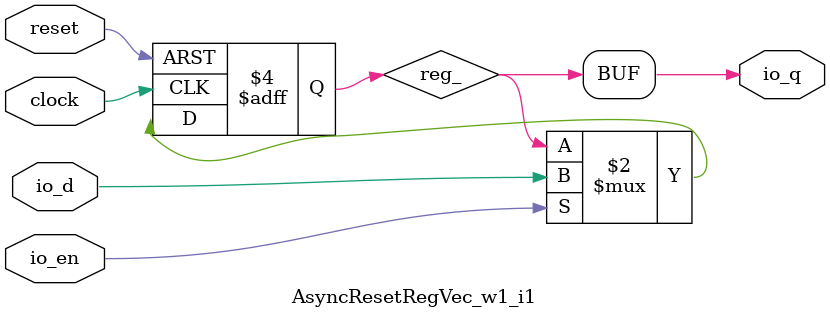
<source format=v>
module AsyncResetRegVec_w1_i1(
  input   clock,
  input   reset,
  input   io_d,
  output  io_q,
  input   io_en
);
`ifdef RANDOMIZE_REG_INIT
  reg [31:0] _RAND_0;
`endif 
  reg  reg_; 
  assign io_q = reg_; 
  always @(posedge clock or posedge reset) begin
    if (reset) begin 
      reg_ <= 1'h1; 
    end else if (io_en) begin 
      reg_ <= io_d;
    end
  end
`ifdef RANDOMIZE_GARBAGE_ASSIGN
`define RANDOMIZE
`endif
`ifdef RANDOMIZE_INVALID_ASSIGN
`define RANDOMIZE
`endif
`ifdef RANDOMIZE_REG_INIT
`define RANDOMIZE
`endif
`ifdef RANDOMIZE_MEM_INIT
`define RANDOMIZE
`endif
`ifndef RANDOM
`define RANDOM $random
`endif
`ifdef RANDOMIZE_MEM_INIT
  integer initvar;
`endif
`ifndef SYNTHESIS
`ifdef FIRRTL_BEFORE_INITIAL
`FIRRTL_BEFORE_INITIAL
`endif
initial begin
  `ifdef RANDOMIZE
    `ifdef INIT_RANDOM
      `INIT_RANDOM
    `endif
    `ifndef VERILATOR
      `ifdef RANDOMIZE_DELAY
        #`RANDOMIZE_DELAY begin end
      `else
        #0.002 begin end
      `endif
    `endif
`ifdef RANDOMIZE_REG_INIT
  _RAND_0 = {1{`RANDOM}};
  reg_ = _RAND_0[0:0];
`endif 
  if (reset) begin
    reg_ = 1'h1;
  end
  `endif 
end 
`ifdef FIRRTL_AFTER_INITIAL
`FIRRTL_AFTER_INITIAL
`endif
`endif 
endmodule
</source>
